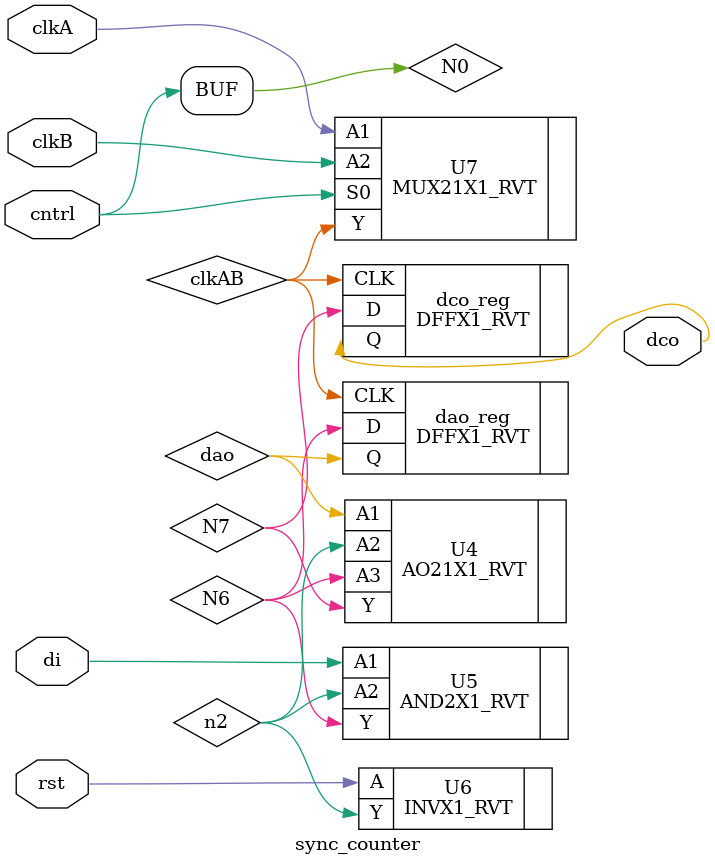
<source format=v>


module sync_counter ( clkA, clkB, rst, cntrl, di, dco );
  input clkA, clkB, rst, cntrl, di;
  output dco;
  wire   N0, clkAB, dao, N6, N7, n2;
  assign N0 = cntrl;

  DFFX1_RVT dao_reg ( .D(N6), .CLK(clkAB), .Q(dao) );
  DFFX1_RVT dco_reg ( .D(N7), .CLK(clkAB), .Q(dco) );
  AO21X1_RVT U4 ( .A1(dao), .A2(n2), .A3(N6), .Y(N7) );
  AND2X1_RVT U5 ( .A1(di), .A2(n2), .Y(N6) );
  INVX1_RVT U6 ( .A(rst), .Y(n2) );
  MUX21X1_RVT U7 ( .A1(clkA), .A2(clkB), .S0(N0), .Y(clkAB) );
endmodule


</source>
